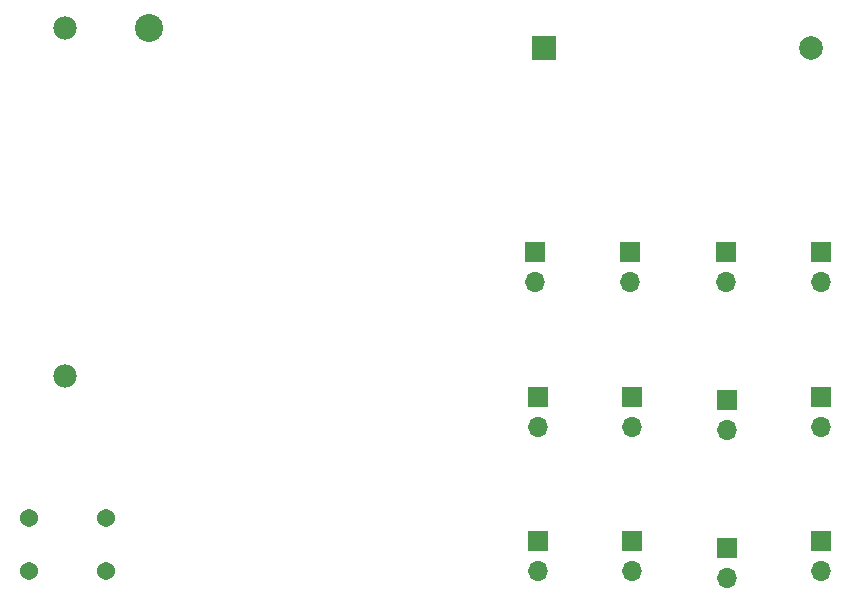
<source format=gbr>
%TF.GenerationSoftware,KiCad,Pcbnew,7.0.7*%
%TF.CreationDate,2023-12-24T21:52:19-06:00*%
%TF.ProjectId,LED Tester,4c454420-5465-4737-9465-722e6b696361,rev?*%
%TF.SameCoordinates,Original*%
%TF.FileFunction,Soldermask,Bot*%
%TF.FilePolarity,Negative*%
%FSLAX46Y46*%
G04 Gerber Fmt 4.6, Leading zero omitted, Abs format (unit mm)*
G04 Created by KiCad (PCBNEW 7.0.7) date 2023-12-24 21:52:19*
%MOMM*%
%LPD*%
G01*
G04 APERTURE LIST*
%ADD10R,1.700000X1.700000*%
%ADD11O,1.700000X1.700000*%
%ADD12R,2.006600X2.006600*%
%ADD13C,2.006600*%
%ADD14C,1.540000*%
%ADD15C,2.380000*%
%ADD16C,1.989000*%
G04 APERTURE END LIST*
D10*
%TO.C,J4*%
X153030000Y-85270000D03*
D11*
X153030000Y-87810000D03*
%TD*%
D10*
%TO.C,J10*%
X137030000Y-109730000D03*
D11*
X137030000Y-112270000D03*
%TD*%
D10*
%TO.C,J2*%
X136880000Y-85270000D03*
D11*
X136880000Y-87810000D03*
%TD*%
D10*
%TO.C,J9*%
X129030000Y-109730000D03*
D11*
X129030000Y-112270000D03*
%TD*%
D10*
%TO.C,J5*%
X129030000Y-97500000D03*
D11*
X129030000Y-100040000D03*
%TD*%
D10*
%TO.C,J6*%
X137030000Y-97500000D03*
D11*
X137030000Y-100040000D03*
%TD*%
D10*
%TO.C,J3*%
X144955000Y-85270000D03*
D11*
X144955000Y-87810000D03*
%TD*%
D12*
%TO.C,F1*%
X129550000Y-68000000D03*
D13*
X152150000Y-68000000D03*
%TD*%
D14*
%TO.C,S1*%
X92500000Y-112250000D03*
X86000000Y-112250000D03*
X92500000Y-107750000D03*
X86000000Y-107750000D03*
%TD*%
D10*
%TO.C,J8*%
X153030000Y-97500000D03*
D11*
X153030000Y-100040000D03*
%TD*%
D10*
%TO.C,J1*%
X128805000Y-85270000D03*
D11*
X128805000Y-87810000D03*
%TD*%
D10*
%TO.C,J12*%
X153030000Y-109730000D03*
D11*
X153030000Y-112270000D03*
%TD*%
D10*
%TO.C,J7*%
X145030000Y-97770000D03*
D11*
X145030000Y-100310000D03*
%TD*%
D10*
%TO.C,J11*%
X145030000Y-110270000D03*
D11*
X145030000Y-112810000D03*
%TD*%
D15*
%TO.C,BT1*%
X96090000Y-66270000D03*
D16*
X89000000Y-95730000D03*
X89000000Y-66270000D03*
%TD*%
M02*

</source>
